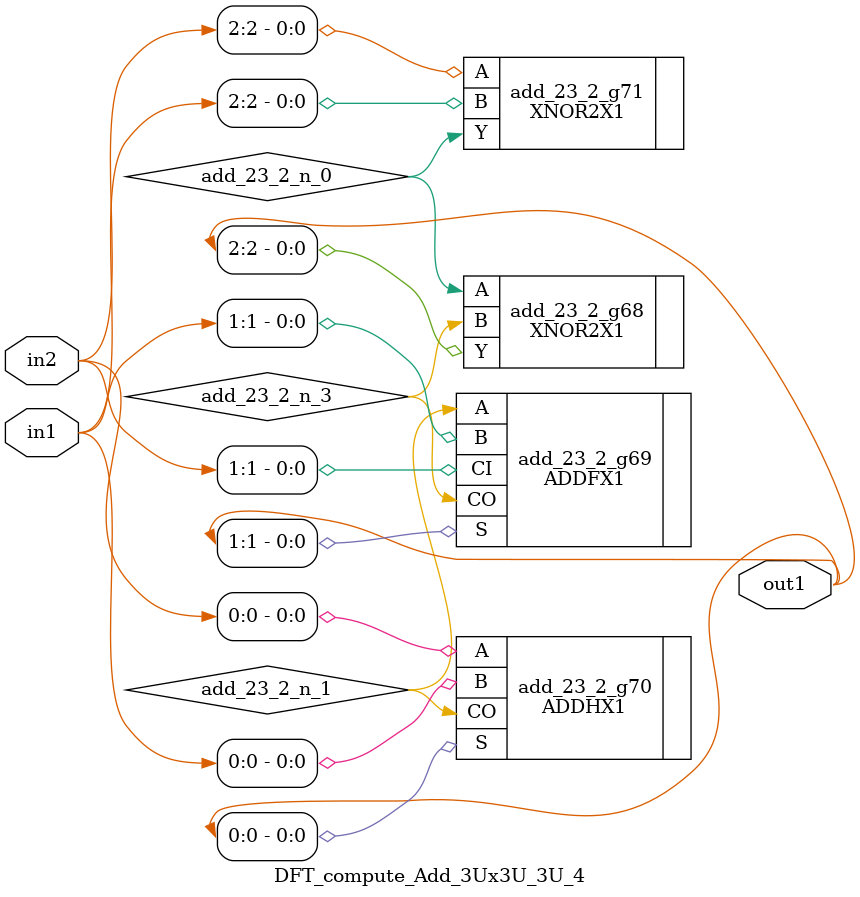
<source format=v>
`timescale 1ps / 1ps


module DFT_compute_Add_3Ux3U_3U_4(in2, in1, out1);
  input [2:0] in2, in1;
  output [2:0] out1;
  wire [2:0] in2, in1;
  wire [2:0] out1;
  wire add_23_2_n_0, add_23_2_n_1, add_23_2_n_3;
  XNOR2X1 add_23_2_g68(.A (add_23_2_n_0), .B (add_23_2_n_3), .Y
       (out1[2]));
  ADDFX1 add_23_2_g69(.A (add_23_2_n_1), .B (in1[1]), .CI (in2[1]), .CO
       (add_23_2_n_3), .S (out1[1]));
  ADDHX1 add_23_2_g70(.A (in2[0]), .B (in1[0]), .CO (add_23_2_n_1), .S
       (out1[0]));
  XNOR2X1 add_23_2_g71(.A (in2[2]), .B (in1[2]), .Y (add_23_2_n_0));
endmodule



</source>
